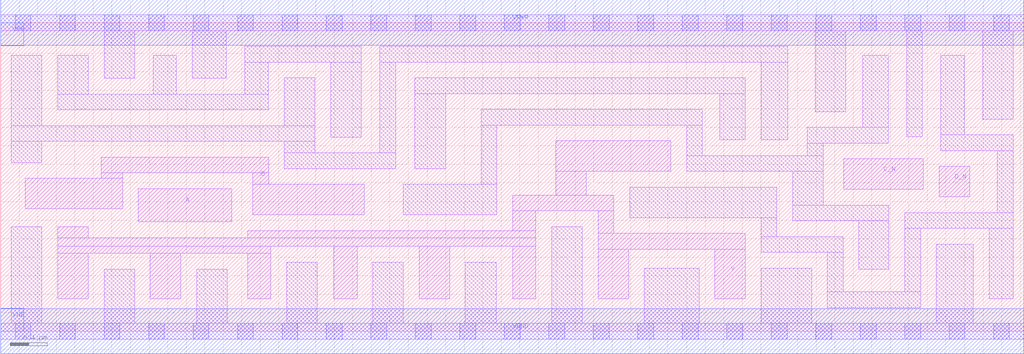
<source format=lef>
# Copyright 2020 The SkyWater PDK Authors
#
# Licensed under the Apache License, Version 2.0 (the "License");
# you may not use this file except in compliance with the License.
# You may obtain a copy of the License at
#
#     https://www.apache.org/licenses/LICENSE-2.0
#
# Unless required by applicable law or agreed to in writing, software
# distributed under the License is distributed on an "AS IS" BASIS,
# WITHOUT WARRANTIES OR CONDITIONS OF ANY KIND, either express or implied.
# See the License for the specific language governing permissions and
# limitations under the License.
#
# SPDX-License-Identifier: Apache-2.0

VERSION 5.5 ;
NAMESCASESENSITIVE ON ;
BUSBITCHARS "[]" ;
DIVIDERCHAR "/" ;
MACRO sky130_fd_sc_hs__nor4bb_4
  CLASS CORE ;
  SOURCE USER ;
  ORIGIN  0.000000  0.000000 ;
  SIZE  11.04000 BY  3.330000 ;
  SYMMETRY X Y ;
  SITE unit ;
  PIN A
    ANTENNAGATEAREA  1.116000 ;
    DIRECTION INPUT ;
    USE SIGNAL ;
    PORT
      LAYER li1 ;
        RECT 1.485000 1.180000 2.495000 1.540000 ;
    END
  END A
  PIN B
    ANTENNAGATEAREA  1.116000 ;
    DIRECTION INPUT ;
    USE SIGNAL ;
    PORT
      LAYER li1 ;
        RECT 0.265000 1.320000 1.315000 1.650000 ;
        RECT 1.085000 1.650000 1.315000 1.710000 ;
        RECT 1.085000 1.710000 2.890000 1.880000 ;
        RECT 2.720000 1.255000 3.920000 1.585000 ;
        RECT 2.720000 1.585000 2.890000 1.710000 ;
    END
  END B
  PIN C_N
    ANTENNAGATEAREA  0.363000 ;
    DIRECTION INPUT ;
    USE SIGNAL ;
    PORT
      LAYER li1 ;
        RECT 9.095000 1.530000 9.955000 1.860000 ;
    END
  END C_N
  PIN D_N
    ANTENNAGATEAREA  0.363000 ;
    DIRECTION INPUT ;
    USE SIGNAL ;
    PORT
      LAYER li1 ;
        RECT 10.125000 1.450000 10.455000 1.780000 ;
    END
  END D_N
  PIN Y
    ANTENNADIFFAREA  2.544200 ;
    DIRECTION OUTPUT ;
    USE SIGNAL ;
    PORT
      LAYER li1 ;
        RECT 0.615000 0.350000 0.945000 0.840000 ;
        RECT 0.615000 0.840000 2.915000 0.915000 ;
        RECT 0.615000 0.915000 5.775000 1.010000 ;
        RECT 0.615000 1.010000 0.945000 1.130000 ;
        RECT 1.615000 0.350000 1.945000 0.840000 ;
        RECT 2.665000 0.350000 2.915000 0.840000 ;
        RECT 2.665000 1.010000 5.775000 1.085000 ;
        RECT 3.595000 0.350000 3.845000 0.915000 ;
        RECT 4.515000 0.350000 4.845000 0.915000 ;
        RECT 5.525000 0.350000 5.775000 0.915000 ;
        RECT 5.525000 1.085000 5.775000 1.300000 ;
        RECT 5.525000 1.300000 6.615000 1.470000 ;
        RECT 5.990000 1.470000 6.320000 1.725000 ;
        RECT 5.990000 1.725000 7.230000 2.055000 ;
        RECT 6.445000 0.350000 6.775000 0.885000 ;
        RECT 6.445000 0.885000 8.035000 1.055000 ;
        RECT 6.445000 1.055000 6.615000 1.300000 ;
        RECT 7.705000 0.350000 8.035000 0.885000 ;
    END
  END Y
  PIN VGND
    DIRECTION INOUT ;
    USE GROUND ;
    PORT
      LAYER met1 ;
        RECT 0.000000 -0.245000 11.040000 0.245000 ;
    END
  END VGND
  PIN VNB
    DIRECTION INOUT ;
    USE GROUND ;
    PORT
      LAYER met1 ;
        RECT 0.000000 0.000000 0.250000 0.250000 ;
    END
  END VNB
  PIN VPB
    DIRECTION INOUT ;
    USE POWER ;
    PORT
      LAYER met1 ;
        RECT 0.000000 3.080000 0.250000 3.330000 ;
    END
  END VPB
  PIN VPWR
    DIRECTION INOUT ;
    USE POWER ;
    PORT
      LAYER met1 ;
        RECT 0.000000 3.085000 11.040000 3.575000 ;
    END
  END VPWR
  OBS
    LAYER li1 ;
      RECT  0.000000 -0.085000 11.040000 0.085000 ;
      RECT  0.000000  3.245000 11.040000 3.415000 ;
      RECT  0.115000  0.085000  0.445000 1.130000 ;
      RECT  0.115000  1.820000  0.445000 2.050000 ;
      RECT  0.115000  2.050000  3.390000 2.220000 ;
      RECT  0.115000  2.220000  0.445000 2.980000 ;
      RECT  0.615000  2.390000  2.885000 2.560000 ;
      RECT  0.615000  2.560000  0.945000 2.980000 ;
      RECT  1.115000  0.085000  1.445000 0.670000 ;
      RECT  1.115000  2.730000  1.445000 3.245000 ;
      RECT  1.645000  2.560000  1.895000 2.980000 ;
      RECT  2.065000  2.730000  2.435000 3.245000 ;
      RECT  2.115000  0.085000  2.445000 0.670000 ;
      RECT  2.635000  2.560000  2.885000 2.905000 ;
      RECT  2.635000  2.905000  3.890000 3.075000 ;
      RECT  3.060000  1.755000  4.260000 1.925000 ;
      RECT  3.060000  1.925000  3.390000 2.050000 ;
      RECT  3.060000  2.220000  3.390000 2.735000 ;
      RECT  3.085000  0.085000  3.415000 0.745000 ;
      RECT  3.560000  2.095000  3.890000 2.905000 ;
      RECT  4.015000  0.085000  4.345000 0.745000 ;
      RECT  4.090000  1.925000  4.260000 2.905000 ;
      RECT  4.090000  2.905000  8.490000 3.075000 ;
      RECT  4.345000  1.255000  5.355000 1.585000 ;
      RECT  4.470000  1.755000  4.800000 2.565000 ;
      RECT  4.470000  2.565000  8.035000 2.735000 ;
      RECT  5.015000  0.085000  5.345000 0.745000 ;
      RECT  5.185000  1.585000  5.355000 2.225000 ;
      RECT  5.185000  2.225000  7.570000 2.395000 ;
      RECT  5.945000  0.085000  6.275000 1.130000 ;
      RECT  6.785000  1.225000  8.375000 1.555000 ;
      RECT  6.945000  0.085000  7.535000 0.680000 ;
      RECT  7.400000  1.725000  8.875000 1.895000 ;
      RECT  7.400000  1.895000  7.570000 2.225000 ;
      RECT  7.760000  2.065000  8.035000 2.565000 ;
      RECT  8.205000  0.085000  8.750000 0.680000 ;
      RECT  8.205000  0.850000  9.090000 1.020000 ;
      RECT  8.205000  1.020000  8.375000 1.225000 ;
      RECT  8.205000  2.065000  8.490000 2.905000 ;
      RECT  8.545000  1.190000  9.585000 1.360000 ;
      RECT  8.545000  1.360000  8.875000 1.725000 ;
      RECT  8.705000  1.895000  8.875000 2.030000 ;
      RECT  8.705000  2.030000  9.575000 2.200000 ;
      RECT  8.790000  2.370000  9.120000 3.245000 ;
      RECT  8.920000  0.255000  9.925000 0.425000 ;
      RECT  8.920000  0.425000  9.090000 0.850000 ;
      RECT  9.260000  0.670000  9.585000 1.190000 ;
      RECT  9.300000  2.200000  9.575000 2.980000 ;
      RECT  9.755000  0.425000  9.925000 1.110000 ;
      RECT  9.755000  1.110000 10.925000 1.280000 ;
      RECT  9.775000  2.100000  9.945000 3.245000 ;
      RECT 10.095000  0.085000 10.495000 0.940000 ;
      RECT 10.145000  1.950000 10.925000 2.120000 ;
      RECT 10.145000  2.120000 10.395000 2.980000 ;
      RECT 10.595000  2.290000 10.925000 3.245000 ;
      RECT 10.665000  0.350000 10.925000 1.110000 ;
      RECT 10.755000  1.280000 10.925000 1.950000 ;
    LAYER mcon ;
      RECT  0.155000 -0.085000  0.325000 0.085000 ;
      RECT  0.155000  3.245000  0.325000 3.415000 ;
      RECT  0.635000 -0.085000  0.805000 0.085000 ;
      RECT  0.635000  3.245000  0.805000 3.415000 ;
      RECT  1.115000 -0.085000  1.285000 0.085000 ;
      RECT  1.115000  3.245000  1.285000 3.415000 ;
      RECT  1.595000 -0.085000  1.765000 0.085000 ;
      RECT  1.595000  3.245000  1.765000 3.415000 ;
      RECT  2.075000 -0.085000  2.245000 0.085000 ;
      RECT  2.075000  3.245000  2.245000 3.415000 ;
      RECT  2.555000 -0.085000  2.725000 0.085000 ;
      RECT  2.555000  3.245000  2.725000 3.415000 ;
      RECT  3.035000 -0.085000  3.205000 0.085000 ;
      RECT  3.035000  3.245000  3.205000 3.415000 ;
      RECT  3.515000 -0.085000  3.685000 0.085000 ;
      RECT  3.515000  3.245000  3.685000 3.415000 ;
      RECT  3.995000 -0.085000  4.165000 0.085000 ;
      RECT  3.995000  3.245000  4.165000 3.415000 ;
      RECT  4.475000 -0.085000  4.645000 0.085000 ;
      RECT  4.475000  3.245000  4.645000 3.415000 ;
      RECT  4.955000 -0.085000  5.125000 0.085000 ;
      RECT  4.955000  3.245000  5.125000 3.415000 ;
      RECT  5.435000 -0.085000  5.605000 0.085000 ;
      RECT  5.435000  3.245000  5.605000 3.415000 ;
      RECT  5.915000 -0.085000  6.085000 0.085000 ;
      RECT  5.915000  3.245000  6.085000 3.415000 ;
      RECT  6.395000 -0.085000  6.565000 0.085000 ;
      RECT  6.395000  3.245000  6.565000 3.415000 ;
      RECT  6.875000 -0.085000  7.045000 0.085000 ;
      RECT  6.875000  3.245000  7.045000 3.415000 ;
      RECT  7.355000 -0.085000  7.525000 0.085000 ;
      RECT  7.355000  3.245000  7.525000 3.415000 ;
      RECT  7.835000 -0.085000  8.005000 0.085000 ;
      RECT  7.835000  3.245000  8.005000 3.415000 ;
      RECT  8.315000 -0.085000  8.485000 0.085000 ;
      RECT  8.315000  3.245000  8.485000 3.415000 ;
      RECT  8.795000 -0.085000  8.965000 0.085000 ;
      RECT  8.795000  3.245000  8.965000 3.415000 ;
      RECT  9.275000 -0.085000  9.445000 0.085000 ;
      RECT  9.275000  3.245000  9.445000 3.415000 ;
      RECT  9.755000 -0.085000  9.925000 0.085000 ;
      RECT  9.755000  3.245000  9.925000 3.415000 ;
      RECT 10.235000 -0.085000 10.405000 0.085000 ;
      RECT 10.235000  3.245000 10.405000 3.415000 ;
      RECT 10.715000 -0.085000 10.885000 0.085000 ;
      RECT 10.715000  3.245000 10.885000 3.415000 ;
  END
END sky130_fd_sc_hs__nor4bb_4

</source>
